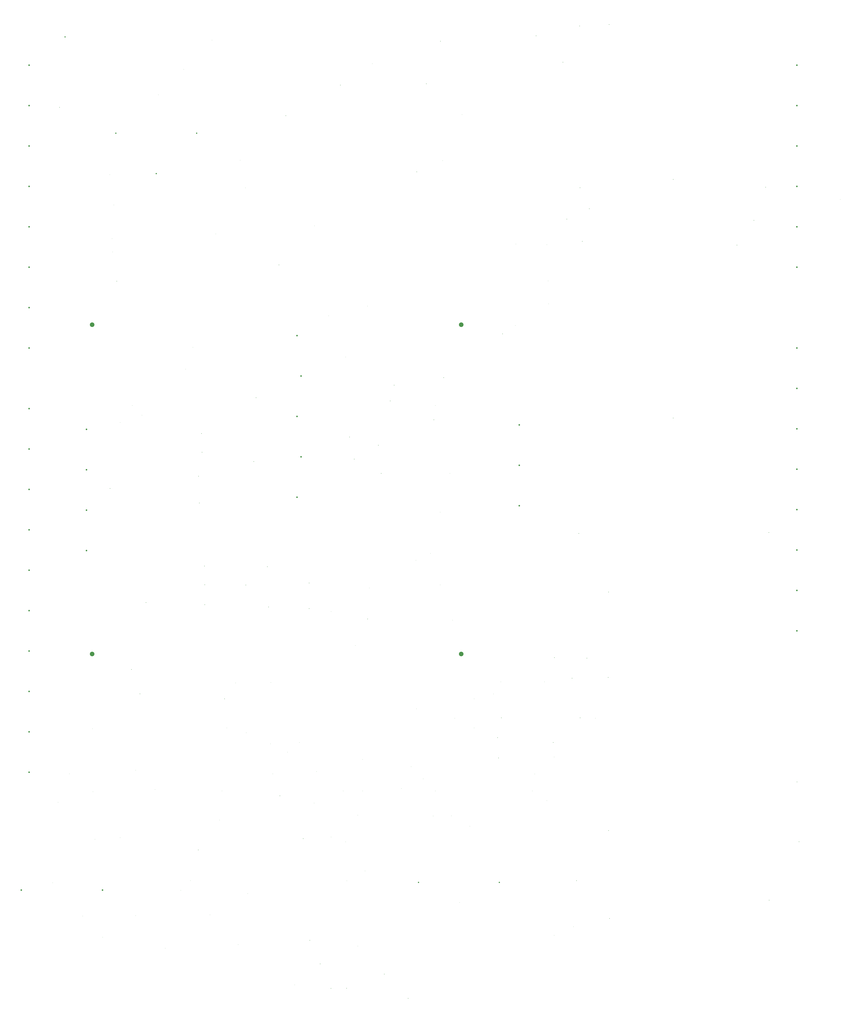
<source format=gbr>
%
M48
M72
T01C0.01300
T02C0.01378
T03C0.01400
T04C0.03100
T05C0.03200
T06C0.04000
T07C0.11339
%
T01
X1474491Y770554
X1479421Y765324
X1487571Y770654
X1494921Y762604
X1505981Y770854
X1498731Y776934
X1501131Y779334
X1515311Y776144
X1512931Y763504
X1526931Y753534
X1542531Y763134
X1539831Y779304
X1544331Y781734
X1539531Y788934
X1535931Y790134
X1542531Y795534
X1543731Y801534
X1538931Y801534
X1531731Y798534
X1532331Y806334
X1528101Y813534
X1525131Y811134
X1520931Y813194
X1514931Y815934
X1510131Y817134
X1512321Y828264
X1521031Y828364
X1521511Y805771
X1508931Y801534
X1508331Y794334
X1492391Y801884
X1487571Y806674
X1477011Y801344
X1471171Y805764
X1468361Y798724
X1477511Y789574
X1483751Y789974
X1467051Y778804
X1476911Y816934
X1535931Y845934
X1541931Y837534
X1545421Y851774
X1556931Y858624
X1560531Y860334
X1562931Y852534
X1566021Y843786
X1571331Y824334
X1576131Y825534
X1577931Y828534
X1588731Y828534
X1601331Y819534
X1591131Y809934
X1586331Y805734
X1585731Y801534
X1589331Y799134
X1570271Y792784
X1565721Y795364
X1561221Y795334
X1561731Y801534
X1558731Y804534
X1555731Y807534
X1553331Y802134
X1543731Y809334
X1557091Y821874
X1566531Y819534
X1571331Y817134
X1567731Y773934
X1591151Y765804
X1595931Y767934
X1562931Y870534
X1565331Y880134
X1561731Y896934
X1544931Y921534
X1535331Y919134
X1539531Y908934
X1501731Y911334
X1499931Y905934
X1489131Y894534
X1486731Y896934
X1483731Y892734
X1481881Y934934
X1481751Y938244
X1482191Y946554
X1481191Y954074
X1493221Y973844
X1499481Y980114
X1506491Y987374
X1513431Y957614
X1514741Y950804
X1507421Y939404
X1531831Y941384
X1563531Y957534
X1568331Y968934
X1546131Y981534
X1581671Y936884
X1589341Y936734
X1589631Y927754
X1589781Y922104
X1581531Y916734
X1661931Y947934
T02
X1468731Y970734
X1524751Y968664
X1538241Y976244
X1559511Y976564
X1563021Y987084
X1586661Y988444
X1593301Y981904
X1597431Y990854
X1604731Y991214
X1597551Y950824
X1599831Y945624
X1594291Y943054
X1598101Y937564
X1578361Y914654
X1563821Y903834
X1561391Y893384
X1550561Y898064
X1551541Y901974
X1547631Y887094
X1541691Y883674
X1540501Y889124
X1548331Y880114
X1516811Y883074
X1504011Y885364
X1503861Y889994
X1503141Y879424
X1503341Y872784
X1504601Y857194
X1504681Y852564
X1504681Y847634
X1514831Y852494
X1520161Y857024
X1520461Y847064
X1530521Y846664
X1530521Y852994
X1544971Y844084
X1578071Y819614
X1577141Y814714
X1577391Y809704
X1590911Y813544
X1597581Y819614
X1595561Y829414
X1599231Y834404
X1604511Y829644
X1591221Y834534
X1597231Y865264
X1644291Y865494
X1651231Y803764
X1651731Y788974
X1644331Y774504
X1604831Y769954
X1596691Y779344
X1533231Y758744
X1530671Y764554
X1535921Y752654
X1539794Y752700
X1549111Y756204
X1555021Y750194
X1529031Y789734
X1523261Y800344
X1503082Y786925
X1509586Y824329
X1488631Y825574
X1486541Y831584
X1490131Y848174
X1481231Y876384
X1517391Y898874
X1523031Y931734
X1482911Y927704
X1557151Y954764
X1636361Y936634
X1640591Y942774
X1643471Y950954
T03
X1620622Y893834
X1604622Y850779
X1604622Y791724
X1620622Y952890
T04
X1470111Y988154
T05
X1557584Y778904
X1577584Y778904
X1492669Y954323
X1482669Y964323
X1502669Y964323
T06
X1461213Y981173
X1461213Y971173
X1461213Y961173
X1461213Y951173
X1461213Y941173
X1461213Y931173
X1461213Y921173
X1461213Y911173
X1461213Y896173
X1461213Y886173
X1461213Y876173
X1461213Y866173
X1461213Y856173
X1461213Y846173
X1461213Y836173
X1461213Y826173
X1461213Y816173
X1461213Y806173
X1475425Y861016
X1475425Y871016
X1475425Y881016
X1475425Y891016
X1527524Y914244
X1528524Y904244
X1527524Y894244
X1528524Y884244
X1527524Y874244
X1582521Y872144
X1582521Y882144
X1582521Y892144
X1651213Y911173
X1651213Y901173
X1651213Y891173
X1651213Y881173
X1651213Y871173
X1651213Y861173
X1651213Y851173
X1651213Y841173
X1479362Y777000
X1459284Y777000
X1651213Y931173
X1651213Y941173
X1651213Y951173
X1651213Y961173
X1651213Y971173
X1651213Y981173
T07
X1476803Y916921
X1568142Y916921
X1568142Y835425
X1476803Y835425
M30

</source>
